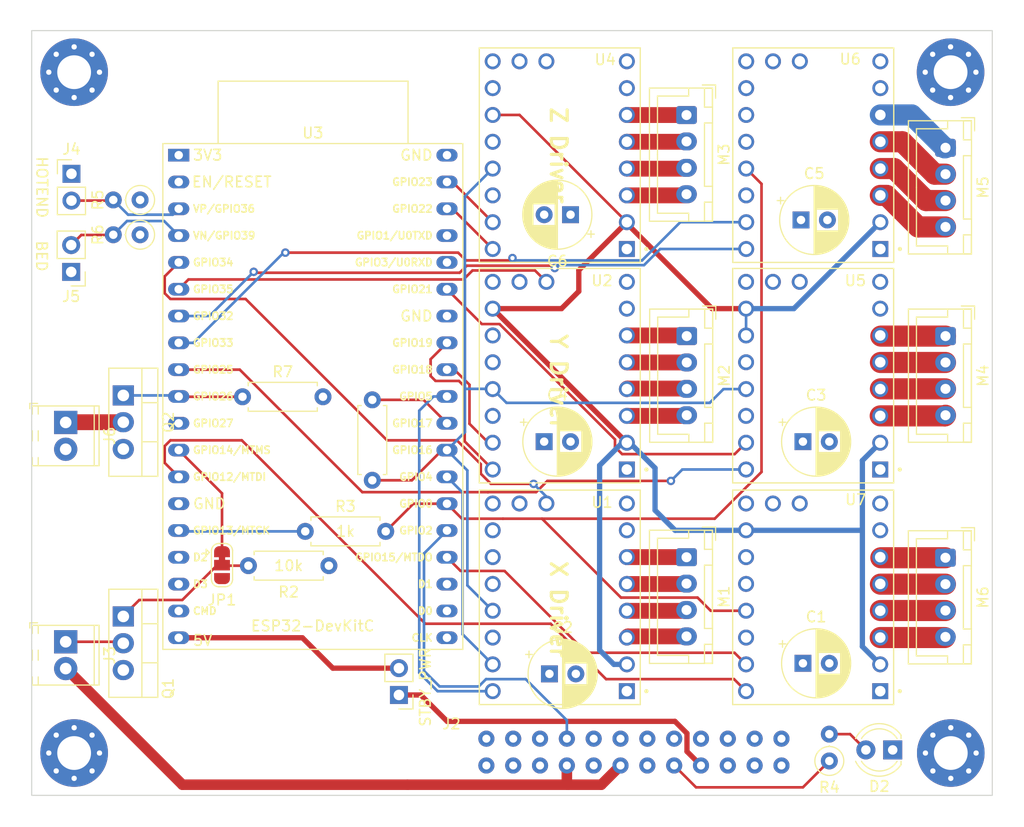
<source format=kicad_pcb>
(kicad_pcb (version 20221018) (generator pcbnew)
  (layers (0 "F.Cu" signal) (1 "In1.Cu" power) (2 "In2.Cu" power) (31 "B.Cu" signal) (34 "B.Paste" user) (35 "F.Paste" user) (36 "B.SilkS" user "B.Silkscreen") (37 "F.SilkS" user "F.Silkscreen") (38 "B.Mask" user) (39 "F.Mask" user) (44 "Edge.Cuts" user))
  (net 0 "")
  (net 1 "GND")
  (net 2 "+3V3")
  (net 3 "/FAN_0")
  (net 4 "Net-(JP1-C)")
  (net 6 "Net-(M1--)")
  (net 7 "Net-(U1-B1)")
  (net 8 "Net-(U1-B2)")
  (net 9 "Net-(M2--)")
  (net 10 "Net-(U2-B1)")
  (net 11 "Net-(U2-B2)")
  (net 12 "Net-(D2-A)")
  (net 13 "Net-(U3-GPIO17)")
  (net 14 "/DRIVER_UART_1")
  (net 17 "Net-(U6-A2)")
  (net 19 "/X_STEP")
  (net 20 "/X_DIR")
  (net 21 "+12V")
  (net 22 "/X_MIN")
  (net 24 "Net-(M5--)")
  (net 26 "/Y_STEP")
  (net 27 "/Y_DIR")
  (net 28 "/Y_MIN")
  (net 30 "Net-(U6-B1)")
  (net 31 "Net-(U6-B2)")
  (net 32 "Net-(U7-A2)")
  (net 33 "Net-(M6--)")
  (net 34 "Net-(U7-B1)")
  (net 41 "Net-(U1-A2)")
  (net 42 "Net-(U2-A2)")
  (net 43 "Net-(U4-A2)")
  (net 44 "Net-(M3--)")
  (net 45 "Net-(U4-B1)")
  (net 46 "Net-(U4-B2)")
  (net 47 "Net-(U7-B2)")
  (net 49 "/Z_STEP")
  (net 50 "/Z_DIR")
  (net 51 "/DRIVER_UART_2")
  (net 52 "/PS_ON")
  (net 53 "Net-(J2-+3.3V-Pad1)")
  (net 54 "+5VP")
  (net 55 "/Power/PWR_OK")
  (net 56 "Net-(J2-+5VSB)")
  (net 57 "+5V")
  (net 58 "Net-(J3-Pin_1)")
  (net 59 "Net-(U5-A2)")
  (net 60 "Net-(M4--)")
  (net 61 "Net-(U5-B1)")
  (net 62 "Net-(U5-B2)")
  (net 63 "/E_STEP")
  (net 64 "/E_DIR")
  (net 65 "Net-(U3-MTCK{slash}GPIO13{slash}ADC2_CH4)")
  (net 68 "/Z2_DIR")
  (net 70 "/Motor & Drivers/E_DIAG")
  (net 71 "/Z2_STEP")
  (net 76 "/Motor & Drivers/Z_DIAG")
  (net 82 "/Motor & Drivers/Z2_DIAG")
  (net 86 "/Z3_STEP")
  (net 87 "/Z3_DIR")
  (net 88 "/Motor & Drivers/Z3_DIAG")
  (net 97 "/TEMP_BED")
  (net 98 "/TEMP_HOTEND")
  (net 99 "Net-(J6-Pin_1)")
  (net 100 "/HOTEND_H")
  (footprint "Connector_JST:JST_XH_B4B-XH-A_1x04_P2.50mm_Vertical" (layer "F.Cu") (at 161.5 85.66 -90)
    (fp_text reference "M5")
    (fp_text value "STEPPER_Z2")
  )
  (footprint "MountingHole:MountingHole_3.2mm_M3_Pad_Via" (layer "F.Cu") (at 161.98 78.5)
    (fp_text reference "H2" hide)
    (fp_text value "MountingHole_Pad")
  )
  (footprint "Resistor_THT:R_Axial_DIN0207_L6.3mm_D2.5mm_P7.62mm_Horizontal" (layer "F.Cu") (at 94.94 109.25)
    (fp_text reference "R7")
    (fp_text value "10k")
  )
  (footprint "Motor_Trinamic:MODULE_TMC2209_SILENTSTEPSTICK" (layer "F.Cu") (at 124.98 128.25 180)
    (fp_text reference "U1")
    (fp_text value "~" hide)
  )
  (footprint "Connector_PinHeader_2.54mm:PinHeader_1x02_P2.54mm_Vertical" (layer "F.Cu") (at 109.75 137.5 180)
    (fp_text reference "JP2" hide)
    (fp_text value "STBY_PWR")
  )
  (footprint "Capacitor_THT:CP_Radial_D6.3mm_P2.50mm" (layer "F.Cu") (at 126 92 180)
    (fp_text reference "C6")
    (fp_text value "100uF")
  )
  (footprint "TerminalBlock_Phoenix:TerminalBlock_Phoenix_MPT-0,5-2-2.54_1x02_P2.54mm_Horizontal" (layer "F.Cu") (at 78.2 111.68 -90)
    (fp_text reference "J6")
    (fp_text value "Conn_01x02")
  )
  (footprint "Resistor_THT:R_Axial_DIN0207_L6.3mm_D2.5mm_P2.54mm_Vertical" (layer "F.Cu") (at 85.245 90.6 180)
    (fp_text reference "R5")
    (fp_text value "4k7")
  )
  (footprint "Espressif:ESP32-DevKitC" (layer "F.Cu") (at 88.9 86.36)
    (fp_text reference "U3")
    (fp_text value "ESP32-DevKitC")
  )
  (footprint "Connector_PinHeader_2.54mm:PinHeader_1x02_P2.54mm_Vertical" (layer "F.Cu") (at 78.745 88.125)
    (fp_text reference "J4")
    (fp_text value "HOTEND")
  )
  (footprint "Connector_JST:JST_XH_B4B-XH-A_1x04_P2.50mm_Vertical" (layer "F.Cu") (at 161.5 103.5 -90)
    (fp_text reference "M4")
    (fp_text value "STEPPER_E")
  )
  (footprint "MountingHole:MountingHole_3.2mm_M3_Pad_Via" (layer "F.Cu") (at 162 143)
    (fp_text reference "H4" hide)
    (fp_text value "MountingHole_Pad")
  )
  (footprint "Capacitor_THT:CP_Radial_D6.3mm_P2.50mm" (layer "F.Cu") (at 148 134.5)
    (fp_text reference "C1")
    (fp_text value "100uF")
  )
  (footprint "Motor_Trinamic:MODULE_TMC2209_SILENTSTEPSTICK" (layer "F.Cu") (at 124.98 107.25 180)
    (fp_text reference "U2")
    (fp_text value "~" hide)
  )
  (footprint "Motor_Trinamic:MODULE_TMC2209_SILENTSTEPSTICK" (layer "F.Cu") (at 148.98 86.36 180)
    (fp_text reference "U6")
    (fp_text value "~" hide)
  )
  (footprint "Resistor_THT:R_Axial_DIN0207_L6.3mm_D2.5mm_P2.54mm_Vertical" (layer "F.Cu") (at 85.245 93.9 180)
    (fp_text reference "R6")
    (fp_text value "4k7")
  )
  (footprint "Motor_Trinamic:MODULE_TMC2209_SILENTSTEPSTICK" (layer "F.Cu") (at 148.968363 128.25 180)
    (fp_text reference "U7")
    (fp_text value "~" hide)
  )
  (footprint "TerminalBlock_Phoenix:TerminalBlock_Phoenix_MPT-0,5-2-2.54_1x02_P2.54mm_Horizontal" (layer "F.Cu") (at 78.2 132.46 -90)
    (fp_text reference "J3")
    (fp_text value "Screw_Terminal_01x02")
  )
  (footprint "Jumper:SolderJumper-3_P1.3mm_Bridged12_RoundedPad1.0x1.5mm" (layer "F.Cu") (at 93 125.2 -90)
    (fp_text reference "JP1")
    (fp_text value "fan0_sel")
  )
  (footprint "Connector_JST:JST_XH_B4B-XH-A_1x04_P2.50mm_Vertical" (layer "F.Cu") (at 161.493363 124.5 -90)
    (fp_text reference "M6")
    (fp_text value "STEPPER_Z3")
  )
  (footprint "LED_THT:LED_D4.0mm" (layer "F.Cu") (at 156.5 142.705 180)
    (fp_text reference "D2")
    (fp_text value "PWR OK")
  )
  (footprint "Resistor_THT:R_Axial_DIN0207_L6.3mm_D2.5mm_P7.62mm_Horizontal" (layer "F.Cu") (at 107.23 109.54 -90)
    (fp_text reference "R1" hide)
    (fp_text value "1k")
  )
  (footprint "Motor_Trinamic:MODULE_TMC2209_SILENTSTEPSTICK" (layer "F.Cu") (at 124.98 86.36 180)
    (fp_text reference "U4")
    (fp_text value "~" hide)
  )
  (footprint "Capacitor_THT:CP_Radial_D6.3mm_P2.50mm" (layer "F.Cu") (at 123.5 113.5)
    (fp_text reference "C4")
    (fp_text value "100uF")
  )
  (footprint "Resistor_THT:R_Axial_DIN0207_L6.3mm_D2.5mm_P7.62mm_Horizontal" (layer "F.Cu") (at 100.88 122)
    (fp_text reference "R3")
    (fp_text value "1k")
  )
  (footprint "Connector_ATX:ATX_24PIN" (layer "F.Cu") (at 118.03 141.64)
    (fp_text reference "J2")
    (fp_text value "ATX-24")
  )
  (footprint "Connector_JST:JST_XH_B4B-XH-A_1x04_P2.50mm_Vertical" (layer "F.Cu") (at 137 103.5 -90)
    (fp_text reference "M2")
    (fp_text value "STEPPER_Y")
  )
  (footprint "Capacitor_THT:CP_Radial_D6.3mm_P2.50mm" (layer "F.Cu") (at 148 113.5)
    (fp_text reference "C3")
    (fp_text value "100uF")
  )
  (footprint "Capacitor_THT:CP_Radial_D6.3mm_P2.50mm" (layer "F.Cu") (at 147.817621 92.5)
    (fp_text reference "C5")
    (fp_text value "100uF")
  )
  (footprint "Capacitor_THT:CP_Radial_D6.3mm_P2.50mm" (layer "F.Cu") (at 124 135.5)
    (fp_text reference "C2")
    (fp_text value "100uF")
  )
  (footprint "Connector_PinHeader_2.54mm:PinHeader_1x02_P2.54mm_Vertical" (layer "F.Cu") (at 78.72 97.42 180)
    (fp_text reference "J5")
    (fp_text value "BED")
  )
  (footprint "Motor_Trinamic:MODULE_TMC2209_SILENTSTEPSTICK" (layer "F.Cu") (at 148.968363 107.25 180)
    (fp_text reference "U5")
    (fp_text value "~" hide)
  )
  (footprint "MountingHole:MountingHole_3.2mm_M3_Pad_Via" (layer "F.Cu") (at 79 78.5)
    (fp_text reference "H1" hide)
    (fp_text value "MountingHole_Pad")
  )
  (footprint "Package_TO_SOT_THT:TO-220-3_Vertical" (layer "F.Cu") (at 83.655 130.06 -90)
    (fp_text reference "Q1")
    (fp_text value "IRLZ44N")
  )
  (footprint "Connector_JST:JST_XH_B4B-XH-A_1x04_P2.50mm_Vertical" (layer "F.Cu") (at 136.98 82.56 -90)
    (fp_text reference "M3")
    (fp_text value "STEPPER_Z1")
  )
  (footprint "Connector_JST:JST_XH_B4B-XH-A_1x04_P2.50mm_Vertical" (layer "F.Cu") (at 136.98 124.45 -90)
    (fp_text reference "M1")
    (fp_text value "STEPPER_X")
  )
  (footprint "Package_TO_SOT_THT:TO-220-3_Vertical" (layer "F.Cu") (at 83.655 109.12 -90)
    (fp_text reference "Q2")
    (fp_text value "IRLZ44N")
  )
  (footprint "MountingHole:MountingHole_3.2mm_M3_Pad_Via" (layer "F.Cu") (at 79 143)
    (fp_text reference "H3" hide)
    (fp_text value "MountingHole_Pad")
  )
  (footprint "Resistor_THT:R_Axial_DIN0207_L6.3mm_D2.5mm_P7.62mm_Horizontal" (layer "F.Cu") (at 95.5 125.25)
    (fp_text reference "R2")
    (fp_text value "10k")
  )
  (footprint "Resistor_THT:R_Axial_DIN0207_L6.3mm_D2.5mm_P2.54mm_Vertical" (layer "F.Cu") (at 150.5 143.75 90)
    (fp_text reference "R4")
    (fp_text value "1k")
  )
  (gr_rect (start 74.98 74.56) (end 165.93 147.01) (stroke (width 0.1)) (fill none) (layer "Edge.Cuts"))
  (gr_text "Z Driver" (at 123.98 81.66 270) (layer "F.SilkS") (effects (font (size 1.5 1.5) (thickness 0.3) bold) (justify left bottom)))
  (gr_text "Y Driver" (at 123.98 103.16 -90) (layer "F.SilkS") (effects (font (size 1.5 1.5) (thickness 0.3) bold) (justify left bottom)))
  (gr_text "X Driver" (at 123.98 124.66 270) (layer "F.SilkS") (effects (font (size 1.5 1.5) (thickness 0.3) bold) (justify left bottom)))
  (segment (start 142.618363 100.9) (end 139.4 100.9) (width 0.5) (layer "F.Cu") (net 2))
  (segment (start 126.78 99.26) (end 125.14 100.9) (width 0.5) (layer "F.Cu") (net 2))
  (segment (start 126.78 97.26) (end 126.78 99.26) (width 0.5) (layer "F.Cu") (net 2))
  (segment (start 131.33 92.71) (end 126.78 97.26) (width 0.5) (layer "F.Cu") (net 2))
  (segment (start 121.17 82.55) (end 118.63 82.55) (width 0.25) (layer "F.Cu") (net 2))
  (segment (start 118.63 100.9) (end 131.33 113.6) (width 0.5) (layer "F.Cu") (net 2))
  (segment (start 125.14 100.9) (end 119.04 100.9) (width 0.5) (layer "F.Cu") (net 2))
  (segment (start 131.33 92.71) (end 121.17 82.55) (width 0.25) (layer "F.Cu") (net 2))
  (segment (start 131.33 113.6) (end 131.35 113.6) (width 0.5) (layer "F.Cu") (net 2))
  (segment (start 139.4 100.9) (end 131.33 92.83) (width 0.5) (layer "F.Cu") (net 2))
  (segment (start 134 116) (end 134 120) (width 0.5) (layer "B.Cu") (net 2))
  (segment (start 142.618363 100.9) (end 142.618363 103.44) (width 0.25) (layer "B.Cu") (net 2))
  (segment (start 135.9 121.9) (end 142.618363 121.9) (width 0.5) (layer "B.Cu") (net 2))
  (segment (start 131.35 113.6) (end 131.6 113.6) (width 0.5) (layer "B.Cu") (net 2))
  (segment (start 134 120) (end 135.9 121.9) (width 0.5) (layer "B.Cu") (net 2))
  (segment (start 147.14 100.9) (end 142.618363 100.9) (width 0.5) (layer "B.Cu") (net 2))
  (segment (start 155.33 92.71) (end 147.14 100.9) (width 0.5) (layer "B.Cu") (net 2))
  (segment (start 155.318363 113.6) (end 153.63 115.288363) (width 0.5) (layer "B.Cu") (net 2))
  (segment (start 130.9 113.6) (end 128.75 115.75) (width 0.5) (layer "B.Cu") (net 2))
  (segment (start 131.33 92.83) (end 131.33 92.71) (width 0.5) (layer "B.Cu") (net 2))
  (segment (start 130.1 134.6) (end 131.33 134.6) (width 0.5) (layer "B.Cu") (net 2))
  (segment (start 128.75 115.75) (end 128.75 133.25) (width 0.5) (layer "B.Cu") (net 2))
  (segment (start 153.63 132.911637) (end 155.33 134.611637) (width 0.5) (layer "B.Cu") (net 2))
  (segment (start 142.618363 121.9) (end 153.5 121.9) (width 0.5) (layer "B.Cu") (net 2))
  (segment (start 128.75 133.25) (end 130.1 134.6) (width 0.5) (layer "B.Cu") (net 2))
  (segment (start 131.6 113.6) (end 134 116) (width 0.5) (layer "B.Cu") (net 2))
  (segment (start 153.63 115.288363) (end 153.63 132.911637) (width 0.5) (layer "B.Cu") (net 2))
  (segment (start 93 123.9) (end 93 118.4) (width 0.25) (layer "F.Cu") (net 3))
  (segment (start 93 118.4) (end 88.9 114.3) (width 0.25) (layer "F.Cu") (net 3))
  (segment (start 92.54038 125.2) (end 89.24038 128.5) (width 0.25) (layer "F.Cu") (net 4))
  (segment (start 89.24038 128.5) (end 85.17 128.5) (width 0.25) (layer "F.Cu") (net 4))
  (segment (start 85.17 128.5) (end 83.75 129.92) (width 0.25) (layer "F.Cu") (net 4))
  (segment (start 95.5 125.25) (end 93.05 125.25) (width 0.25) (layer "F.Cu") (net 4))
  (segment (start 93.05 125.25) (end 93 125.2) (width 0.25) (layer "F.Cu") (net 4))
  (segment (start 93 125.2) (end 92.54038 125.2) (width 0.25) (layer "F.Cu") (net 4))
  (segment (start 136.94 126.99) (end 131.34 126.99) (width 1.5) (layer "F.Cu") (net 6))
  (segment (start 136.9 129.53) (end 131.34 129.53) (width 1.5) (layer "F.Cu") (net 7))
  (segment (start 136.98 131.95) (end 131.44 131.95) (width 1.5) (layer "F.Cu") (net 8))
  (segment (start 131.44 131.95) (end 131.33 132.06) (width 1.5) (layer "F.Cu") (net 8))
  (segment (start 136.86 106) (end 131.35 106) (width 1.5) (layer "F.Cu") (net 9))
  (segment (start 131.35 106) (end 131.33 105.98) (width 1.5) (layer "F.Cu") (net 9))
  (segment (start 137 108.5) (end 136.97 108.47) (width 1.5) (layer "F.Cu") (net 10))
  (segment (start 131.38 108.47) (end 131.33 108.52) (width 1.5) (layer "F.Cu") (net 10))
  (segment (start 136.97 108.47) (end 131.38 108.47) (width 1.5) (layer "F.Cu") (net 10))
  (segment (start 136.94 111.06) (end 131.43 111.06) (width 1.5) (layer "F.Cu") (net 11))
  (segment (start 152.465 141.21) (end 150.5 141.21) (width 0.25) (layer "F.Cu") (net 12))
  (segment (start 153.96 142.705) (end 152.465 141.21) (width 0.25) (layer "F.Cu") (net 12))
  (segment (start 107.23 109.54) (end 112.08 109.54) (width 0.25) (layer "F.Cu") (net 13))
  (segment (start 112.08 109.54) (end 114.3 111.76) (width 0.25) (layer "F.Cu") (net 13))
  (segment (start 107.23 117.16) (end 110.98 117.16) (width 0.25) (layer "F.Cu") (net 14))
  (segment (start 113.84 114.3) (end 114.3 114.3) (width 0.25) (layer "F.Cu") (net 14))
  (segment (start 110.98 117.16) (end 113.84 114.3) (width 0.25) (layer "F.Cu") (net 14))
  (segment (start 118.2 108.5) (end 116 108.5) (width 0.25) (layer "B.Cu") (net 14))
  (segment (start 118.63 87.63) (end 116 90.26) (width 0.25) (layer "B.Cu") (net 14))
  (segment (start 139.5 109.5) (end 140.48 108.52) (width 0.25) (layer "B.Cu") (net 14))
  (segment (start 140.48 108.52) (end 142.618363 108.52) (width 0.25) (layer "B.Cu") (net 14))
  (segment (start 116.23 127.12) (end 118.63 129.52) (width 0.25) (layer "B.Cu") (net 14))
  (segment (start 118.63 108.52) (end 119.935 109.825) (width 0.25) (layer "B.Cu") (net 14))
  (segment (start 118.22 108.52) (end 118.2 108.5) (width 0.25) (layer "B.Cu") (net 14))
  (segment (start 139.175 109.825) (end 139.5 109.5) (width 0.25) (layer "B.Cu") (net 14))
  (segment (start 119.935 109.825) (end 139.175 109.825) (width 0.25) (layer "B.Cu") (net 14))
  (segment (start 116 90.26) (end 116 112.6) (width 0.25) (layer "B.Cu") (net 14))
  (segment (start 116.23 116.23) (end 116.23 127.12) (width 0.25) (layer "B.Cu") (net 14))
  (segment (start 114.3 114.3) (end 116.23 116.23) (width 0.25) (layer "B.Cu") (net 14))
  (segment (start 116 112.6) (end 114.3 114.3) (width 0.25) (layer "B.Cu") (net 14))
  (segment (start 158.3 82.55) (end 161.41 85.66) (width 2) (layer "B.Cu") (net 17))
  (segment (start 155.33 82.55) (end 158.3 82.55) (width 2) (layer "B.Cu") (net 17))
  (segment (start 161.41 85.66) (end 161.5 85.66) (width 2) (layer "B.Cu") (net 17))
  (segment (start 115.78 118.32) (end 115.78 131.75) (width 0.25) (layer "B.Cu") (net 19))
  (segment (start 114.3 116.84) (end 115.78 118.32) (width 0.25) (layer "B.Cu") (net 19))
  (segment (start 115.78 131.75) (end 118.63 134.6) (width 0.25) (layer "B.Cu") (net 19))
  (segment (start 114.3 109.22) (end 113.02 109.22) (width 0.25) (layer "B.Cu") (net 20))
  (segment (start 111.673198 110.566802) (end 111.673198 135.403198) (width 0.25) (layer "B.Cu") (net 20))
  (segment (start 111.673198 135.403198) (end 113.413063 137.143063) (width 0.25) (layer "B.Cu") (net 20))
  (segment (start 113.413063 137.143063) (end 118.626937 137.143063) (width 0.25) (layer "B.Cu") (net 20))
  (segment (start 113.02 109.22) (end 111.673198 110.566802) (width 0.25) (layer "B.Cu") (net 20))
  (segment (start 88.9 96.52) (end 87.575 97.845) (width 0.25) (layer "F.Cu") (net 22))
  (segment (start 108.625 113.375) (end 115.238604 113.375) (width 0.25) (layer "F.Cu") (net 22))
  (segment (start 118.464063 117.5) (end 122.5 117.5) (width 0.25) (layer "F.Cu") (net 22))
  (segment (start 117.5 116.535937) (end 118.464063 117.5) (width 0.25) (layer "F.Cu") (net 22))
  (segment (start 115.238604 113.375) (end 117.5 115.636396) (width 0.25) (layer "F.Cu") (net 22))
  (segment (start 88.116852 99.985) (end 95.235 99.985) (width 0.25) (layer "F.Cu") (net 22))
  (segment (start 87.575 97.845) (end 87.575 99.443148) (width 0.25) (layer "F.Cu") (net 22))
  (segment (start 95.235 99.985) (end 108.625 113.375) (width 0.25) (layer "F.Cu") (net 22))
  (segment (start 117.5 115.636396) (end 117.5 116.535937) (width 0.25) (layer "F.Cu") (net 22))
  (segment (start 87.575 99.443148) (end 88.116852 99.985) (width 0.25) (layer "F.Cu") (net 22))
  (via (at 122.5 117.5) (size 0.8) (drill 0.4) (layers "F.Cu" "B.Cu") (net 22))
  (segment (start 122.5 117.5) (end 123.71 118.71) (width 0.25) (layer "B.Cu") (net 22))
  (segment (start 123.71 118.71) (end 123.71 119.36) (width 0.25) (layer "B.Cu") (net 22))
  (segment (start 157.40754 85.09) (end 155.33 85.09) (width 2) (layer "F.Cu") (net 24))
  (segment (start 161.5 88.16) (end 160.47754 88.16) (width 2) (layer "F.Cu") (net 24))
  (segment (start 160.47754 88.16) (end 157.40754 85.09) (width 2) (layer "F.Cu") (net 24))
  (segment (start 116.43 108.11) (end 116.43 111.81) (width 0.25) (layer "F.Cu") (net 26))
  (segment (start 115 106.68) (end 116.43 108.11) (width 0.25) (layer "F.Cu") (net 26))
  (segment (start 114.3 106.68) (end 115 106.68) (width 0.25) (layer "F.Cu") (net 26))
  (segment (start 116.43 111.81) (end 118.63 114.01) (width 0.25) (layer "F.Cu") (net 26))
  (segment (start 115.98 113.48) (end 118.63 116.13) (width 0.25) (layer "F.Cu") (net 27))
  (segment (start 112.75 107.2825) (end 113.2175 107.75) (width 0.25) (layer "F.Cu") (net 27))
  (segment (start 114.3 104.14) (end 112.75 105.69) (width 0.25) (layer "F.Cu") (net 27))
  (segment (start 112.75 105.69) (end 112.75 107.2825) (width 0.25) (layer "F.Cu") (net 27))
  (segment (start 115.433604 107.75) (end 115.98 108.296396) (width 0.25) (layer "F.Cu") (net 27))
  (segment (start 115.98 108.296396) (end 115.98 113.48) (width 0.25) (layer "F.Cu") (net 27))
  (segment (start 113.2175 107.75) (end 115.433604 107.75) (width 0.25) (layer "F.Cu") (net 27))
  (segment (start 114.3 104.14) (end 115.17047 104.14) (width 0.25) (layer "B.Cu") (net 27))
  (segment (start 122.631 97.281) (end 116.719 97.281) (width 0.25) (layer "F.Cu") (net 28))
  (segment (start 116.719 97.281) (end 115.865 98.135) (width 0.25) (layer "F.Cu") (net 28))
  (segment (start 115.865 98.135) (end 89.825 98.135) (width 0.25) (layer "F.Cu") (net 28))
  (segment (start 89.825 98.135) (end 88.9 99.06) (width 0.25) (layer "F.Cu") (net 28))
  (segment (start 123.71 98.36) (end 122.631 97.281) (width 0.25) (layer "F.Cu") (net 28))
  (segment (start 156.63 87.63) (end 155.33 87.63) (width 2) (layer "F.Cu") (net 30))
  (segment (start 161.5 90.66) (end 159.66 90.66) (width 2) (layer "F.Cu") (net 30))
  (segment (start 159.66 90.66) (end 156.63 87.63) (width 2) (layer "F.Cu") (net 30))
  (segment (start 155.92 90.17) (end 155.33 90.17) (width 2) (layer "F.Cu") (net 31))
  (segment (start 161.5 93.16) (end 158.91 93.16) (width 2) (layer "F.Cu") (net 31))
  (segment (start 158.91 93.16) (end 155.92 90.17) (width 2) (layer "F.Cu") (net 31))
  (segment (start 161.493363 124.5) (end 155.378363 124.5) (width 2) (layer "F.Cu") (net 32))
  (segment (start 161.493363 127) (end 155.338363 127) (width 2) (layer "F.Cu") (net 33))
  (segment (start 161.493363 129.5) (end 155.338363 129.5) (width 2) (layer "F.Cu") (net 34))
  (segment (start 131.33 124.44) (end 136.97 124.44) (width 1.5) (layer "F.Cu") (net 41))
  (segment (start 136.94 103.44) (end 131.45 103.44) (width 1.5) (layer "F.Cu") (net 42))
  (segment (start 137 103.5) (end 136.94 103.44) (width 1.5) (layer "F.Cu") (net 42))
  (segment (start 136.98 82.56) (end 131.34 82.56) (width 1.5) (layer "F.Cu") (net 43))
  (segment (start 131.33 85.09) (end 136.95 85.09) (width 1.5) (layer "F.Cu") (net 44))
  (segment (start 136.9 87.64) (end 131.34 87.64) (width 1.5) (layer "F.Cu") (net 45))
  (segment (start 131.33 90.17) (end 136.87 90.17) (width 1.5) (layer "F.Cu") (net 46))
  (segment (start 155.318363 132.06) (end 161.433363 132.06) (width 2) (layer "F.Cu") (net 47))
  (segment (start 118.63 92.71) (end 114.82 88.9) (width 0.25) (layer "F.Cu") (net 49))
  (segment (start 114.82 88.9) (end 114.3 88.9) (width 0.25) (layer "F.Cu") (net 49))
  (segment (start 118.63 95.25) (end 114.82 91.44) (width 0.25) (layer "F.Cu") (net 50))
  (segment (start 114.82 91.44) (end 114.3 91.44) (width 0.25) (layer "F.Cu") (net 50))
  (segment (start 114.3 119.38) (end 111.12 119.38) (width 0.25) (layer "F.Cu") (net 51))
  (segment (start 142.63 87.63) (end 144.079363 89.079363) (width 0.25) (layer "F.Cu") (net 51))
  (segment (start 144.079363 116.373063) (end 139.652426 120.8) (width 0.25) (layer "F.Cu") (net 51))
  (segment (start 144.079363 89.079363) (end 144.079363 116.373063) (width 0.25) (layer "F.Cu") (net 51))
  (segment (start 139.27 129.52) (end 142.618363 129.52) (width 0.25) (layer "F.Cu") (net 51))
  (segment (start 114.3 119.38) (end 115.72 120.8) (width 0.25) (layer "F.Cu") (net 51))
  (segment (start 123.3 120.8) (end 130.775 128.275) (width 0.25) (layer "F.Cu") (net 51))
  (segment (start 139.652426 120.8) (end 119.6 120.8) (width 0.25) (layer "F.Cu") (net 51))
  (segment (start 111.12 119.38) (end 108.5 122) (width 0.25) (layer "F.Cu") (net 51))
  (segment (start 115.72 120.8) (end 119.6 120.8) (width 0.25) (layer "F.Cu") (net 51))
  (segment (start 138.025 128.275) (end 139.27 129.52) (width 0.25) (layer "F.Cu") (net 51))
  (segment (start 130.775 128.275) (end 138.025 128.275) (width 0.25) (layer "F.Cu") (net 51))
  (segment (start 142.283363 129.185) (end 142.618363 129.52) (width 0.25) (layer "B.Cu") (net 51))
  (segment (start 117.997031 136) (end 121.75 136) (width 0.25) (layer "B.Cu") (net 52))
  (segment (start 112.123198 124.096802) (end 112.123198 135.216802) (width 0.25) (layer "B.Cu") (net 52))
  (segment (start 113.599459 136.693063) (end 117.303968 136.693063) (width 0.25) (layer "B.Cu") (net 52))
  (segment (start 117.303968 136.693063) (end 117.997031 136) (width 0.25) (layer "B.Cu") (net 52))
  (segment (start 125.65 139.9) (end 125.65 141.64) (width 0.25) (layer "B.Cu") (net 52))
  (segment (start 114.3 121.92) (end 112.123198 124.096802) (width 0.25) (layer "B.Cu") (net 52))
  (segment (start 112.123198 135.216802) (end 113.599459 136.693063) (width 0.25) (layer "B.Cu") (net 52))
  (segment (start 121.75 136) (end 125.65 139.9) (width 0.25) (layer "B.Cu") (net 52))
  (segment (start 125.65 145.9) (end 125.65 144.18) (width 1) (layer "F.Cu") (net 54))
  (segment (start 128.91 146) (end 130.73 144.18) (width 1) (layer "F.Cu") (net 54))
  (segment (start 78.25 135) (end 89.25 146) (width 1) (layer "F.Cu") (net 54))
  (segment (start 125.75 146) (end 128.91 146) (width 1) (layer "F.Cu") (net 54))
  (segment (start 110.56 146) (end 125.75 146) (width 1) (layer "F.Cu") (net 54))
  (segment (start 89.25 146) (end 110.56 146) (width 1) (layer "F.Cu") (net 54))
  (segment (start 148 146.25) (end 150.5 143.75) (width 0.25) (layer "F.Cu") (net 55))
  (segment (start 135.81 144.18) (end 137.88 146.25) (width 0.25) (layer "F.Cu") (net 55))
  (segment (start 137.88 146.25) (end 148 146.25) (width 0.25) (layer "F.Cu") (net 55))
  (segment (start 111.82 137.5) (end 114.32 140) (width 0.5) (layer "F.Cu") (net 56))
  (segment (start 114.32 140) (end 135.884027 140) (width 0.5) (layer "F.Cu") (net 56))
  (segment (start 109.75 137.5) (end 111.82 137.5) (width 0.5) (layer "F.Cu") (net 56))
  (segment (start 135.884027 140) (end 137.022 141.137973) (width 0.5) (layer "F.Cu") (net 56))
  (segment (start 137.022 141.137973) (end 137.022 142.852) (width 0.5) (layer "F.Cu") (net 56))
  (segment (start 137.022 142.852) (end 138.35 144.18) (width 0.5) (layer "F.Cu") (net 56))
  (segment (start 88.9 132.08) (end 100.61 132.08) (width 0.5) (layer "F.Cu") (net 57))
  (segment (start 100.61 132.08) (end 103.49 134.96) (width 0.5) (layer "F.Cu") (net 57))
  (segment (start 103.49 134.96) (end 109.75 134.96) (width 0.5) (layer "F.Cu") (net 57))
  (segment (start 83.75 132.46) (end 78.25 132.46) (width 0.25) (layer "F.Cu") (net 58))
  (segment (start 155.378363 103.5) (end 161.5 103.5) (width 2) (layer "F.Cu") (net 59))
  (segment (start 161.5 106) (end 155.338363 106) (width 2) (layer "F.Cu") (net 60))
  (segment (start 161.5 108.5) (end 155.338363 108.5) (width 2) (layer "F.Cu") (net 61))
  (segment (start 155.318363 111.06) (end 161.44 111.06) (width 2) (layer "F.Cu") (net 62))
  (segment (start 161.44 111.06) (end 161.5 111) (width 2) (layer "F.Cu") (net 62))
  (segment (start 130.208414 113.291586) (end 130.208414 114.004351) (width 0.25) (layer "F.Cu") (net 63))
  (segment (start 130.883063 114.679) (end 141.539363 114.679) (width 0.25) (layer "F.Cu") (net 63))
  (segment (start 114.3 99.06) (end 117.601 102.361) (width 0.25) (layer "F.Cu") (net 63))
  (segment (start 119.277828 102.361) (end 130.208414 113.291586) (width 0.25) (layer "F.Cu") (net 63))
  (segment (start 130.208414 114.004351) (end 130.883063 114.679) (width 0.25) (layer "F.Cu") (net 63))
  (segment (start 117.601 102.361) (end 119.277828 102.361) (width 0.25) (layer "F.Cu") (net 63))
  (segment (start 141.539363 114.679) (end 142.618363 113.6) (width 0.25) (layer "F.Cu") (net 63))
  (segment (start 135.5 117.219) (end 123.806305 117.219) (width 0.25) (layer "F.Cu") (net 64))
  (segment (start 118.183063 118.281) (end 118.179063 118.285) (width 0.25) (layer "F.Cu") (net 64))
  (segment (start 123.806305 117.219) (end 122.744305 118.281) (width 0.25) (layer "F.Cu") (net 64))
  (segment (start 122.744305 118.281) (end 118.183063 118.281) (width 0.25) (layer "F.Cu") (net 64))
  (segment (start 94.68 106.68) (end 88.9 106.68) (width 0.25) (layer "F.Cu") (net 64))
  (segment (start 118.179063 118.285) (end 106.285 118.285) (width 0.25) (layer "F.Cu") (net 64))
  (segment (start 106.285 118.285) (end 94.68 106.68) (width 0.25) (layer "F.Cu") (net 64))
  (via (at 135.5 117.219) (size 0.8) (drill 0.4) (layers "F.Cu" "B.Cu") (net 64))
  (segment (start 89.66 106.68) (end 88.9 106.68) (width 0.25) (layer "B.Cu") (net 64))
  (segment (start 135.5 117.219) (end 136.579 116.14) (width 0.25) (layer "B.Cu") (net 64))
  (segment (start 136.579 116.14) (end 142.618363 116.14) (width 0.25) (layer "B.Cu") (net 64))
  (segment (start 88.98 122) (end 88.9 121.92) (width 0.25) (layer "F.Cu") (net 65))
  (segment (start 88.98 122) (end 88.9 121.92) (width 0.25) (layer "B.Cu") (net 65))
  (segment (start 100.19 122) (end 88.98 122) (width 0.25) (layer "B.Cu") (net 65))
  (segment (start 124.2775 96.831) (end 116.169 96.831) (width 0.25) (layer "F.Cu") (net 68))
  (segment (start 96.0895 97.5) (end 96 97.4105) (width 0.25) (layer "F.Cu") (net 68))
  (segment (start 116.169 96.831) (end 115.5 97.5) (width 0.25) (layer "F.Cu") (net 68))
  (segment (start 124.5 97.0535) (end 124.2775 96.831) (width 0.25) (layer "F.Cu") (net 68))
  (segment (start 115.5 97.5) (end 96.0895 97.5) (width 0.25) (layer "F.Cu") (net 68))
  (via (at 124.5 97.0535) (size 0.8) (drill 0.4) (layers "F.Cu" "B.Cu") (net 68))
  (via (at 96 97.4105) (size 0.8) (drill 0.4) (layers "F.Cu" "B.Cu") (net 68))
  (segment (start 91.8105 101.6) (end 88.9 101.6) (width 0.25) (layer "B.Cu") (net 68))
  (segment (start 132.958084 96.779) (end 134.487084 95.25) (width 0.25) (layer "B.Cu") (net 68))
  (segment (start 124.7745 96.779) (end 132.958084 96.779) (width 0.25) (layer "B.Cu") (net 68))
  (segment (start 96 97.4105) (end 91.8105 101.6) (width 0.25) (layer "B.Cu") (net 68))
  (segment (start 124.5 97.0535) (end 124.7745 96.779) (width 0.25) (layer "B.Cu") (net 68))
  (segment (start 134.487084 95.25) (end 142.63 95.25) (width 0.25) (layer "B.Cu") (net 68))
  (segment (start 120.2775 96.329) (end 116.095148 96.329) (width 0.25) (layer "F.Cu") (net 71))
  (segment (start 116.095148 96.329) (end 115.361148 95.595) (width 0.25) (layer "F.Cu") (net 71))
  (segment (start 120.5 96.1065) (end 120.2775 96.329) (width 0.25) (layer "F.Cu") (net 71))
  (segment (start 115.361148 95.595) (end 99 95.595) (width 0.25) (layer "F.Cu") (net 71))
  (via (at 120.5 96.1065) (size 0.8) (drill 0.4) (layers "F.Cu" "B.Cu") (net 71))
  (via (at 99 95.595) (size 0.8) (drill 0.4) (layers "F.Cu" "B.Cu") (net 71))
  (segment (start 132.771688 96.329) (end 136.390688 92.71) (width 0.25) (layer "B.Cu") (net 71))
  (segment (start 98.840805 95.595) (end 90.295805 104.14) (width 0.25) (layer "B.Cu") (net 71))
  (segment (start 99 95.595) (end 98.840805 95.595) (width 0.25) (layer "B.Cu") (net 71))
  (segment (start 136.390688 92.71) (end 142.63 92.71) (width 0.25) (layer "B.Cu") (net 71))
  (segment (start 120.5 96.1065) (end 120.7225 96.329) (width 0.25) (layer "B.Cu") (net 71))
  (segment (start 120.7225 96.329) (end 132.771688 96.329) (width 0.25) (layer "B.Cu") (net 71))
  (segment (start 90.295805 104.14) (end 88.9 104.14) (width 0.25) (layer "B.Cu") (net 71))
  (segment (start 119.75 125.75) (end 115.59 125.75) (width 0.25) (layer "F.Cu") (net 86))
  (segment (start 142.618363 134.6) (end 141.518363 133.5) (width 0.25) (layer "F.Cu") (net 86))
  (segment (start 141.518363 133.5) (end 127.5 133.5) (width 0.25) (layer "F.Cu") (net 86))
  (segment (start 115.59 125.75) (end 114.3 124.46) (width 0.25) (layer "F.Cu") (net 86))
  (segment (start 127.5 133.5) (end 119.75 125.75) (width 0.25) (layer "F.Cu") (net 86))
  (segment (start 88.116852 113.375) (end 94.875 113.375) (width 0.25) (layer "F.Cu") (net 87))
  (segment (start 88.9 116.84) (end 87.575 115.515) (width 0.25) (layer "F.Cu") (net 87))
  (segment (start 129.363604 136) (end 141.478363 136) (width 0.25) (layer "F.Cu") (net 87))
  (segment (start 124.113604 130.75) (end 129.363604 136) (width 0.25) (layer "F.Cu") (net 87))
  (segment (start 141.478363 136) (end 142.618363 137.14) (width 0.25) (layer "F.Cu") (net 87))
  (segment (start 87.575 113.916852) (end 88.116852 113.375) (width 0.25) (layer "F.Cu") (net 87))
  (segment (start 87.575 115.515) (end 87.575 113.916852) (width 0.25) (layer "F.Cu") (net 87))
  (segment (start 112.25 130.75) (end 124.113604 130.75) (width 0.25) (layer "F.Cu") (net 87))
  (segment (start 94.875 113.375) (end 112.25 130.75) (width 0.25) (layer "F.Cu") (net 87))
  (segment (start 79.68 93.92) (end 78.72 94.88) (width 0.25) (layer "F.Cu") (net 97))
  (segment (start 82.68 93.92) (end 79.68 93.92) (width 0.25) (layer "F.Cu") (net 97))
  (segment (start 84.005 92.6) (end 82.705 93.9) (width 0.25) (layer "B.Cu") (net 97))
  (segment (start 88.9 93.98) (end 87.52 92.6) (width 0.25) (layer "B.Cu") (net 97))
  (segment (start 87.52 92.6) (end 84.005 92.6) (width 0.25) (layer "B.Cu") (net 97))
  (segment (start 82.64 90.665) (end 78.745 90.665) (width 0.25) (layer "F.Cu") (net 98))
  (segment (start 88.9 91.44) (end 88.84 91.44) (width 0.25) (layer "F.Cu") (net 98))
  (segment (start 88.34 92) (end 88.9 91.44) (width 0.25) (layer "B.Cu") (net 98))
  (segment (start 82.705 90.6) (end 84.105 92) (width 0.25) (layer "B.Cu") (net 98))
  (segment (start 84.105 92) (end 88.34 92) (width 0.25) (layer "B.Cu") (net 98))
  (segment (start 83.655 111.66) (end 78.22 111.66) (width 1.5) (layer "F.Cu") (net 99))
  (segment (start 95.25 109.25) (end 88.93 109.25) (width 0.25) (layer "F.Cu") (net 100))
  (segment (start 83.655 109.12) (end 88.8 109.12) (width 0.25) (layer "B.Cu") (net 100))
)
</source>
